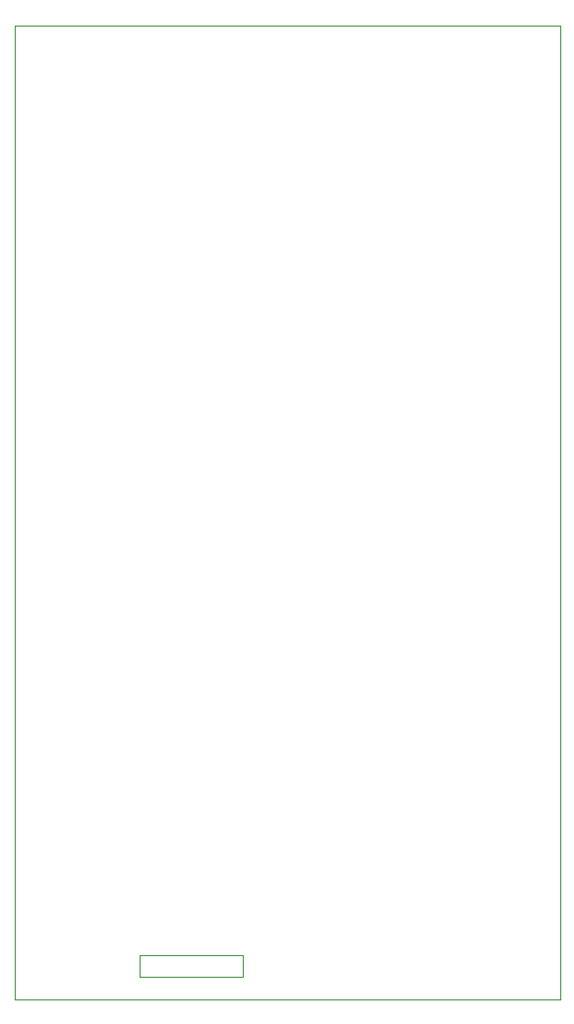
<source format=gbr>
%TF.GenerationSoftware,KiCad,Pcbnew,6.0.4-6f826c9f35~116~ubuntu21.10.1*%
%TF.CreationDate,2022-04-23T21:14:11+02:00*%
%TF.ProjectId,qm k7 aux brd,716d206b-3720-4617-9578-206272642e6b,rev?*%
%TF.SameCoordinates,Original*%
%TF.FileFunction,Profile,NP*%
%FSLAX46Y46*%
G04 Gerber Fmt 4.6, Leading zero omitted, Abs format (unit mm)*
G04 Created by KiCad (PCBNEW 6.0.4-6f826c9f35~116~ubuntu21.10.1) date 2022-04-23 21:14:11*
%MOMM*%
%LPD*%
G01*
G04 APERTURE LIST*
%TA.AperFunction,Profile*%
%ADD10C,0.100000*%
%TD*%
G04 APERTURE END LIST*
D10*
X113665000Y-139700000D02*
X122555000Y-139700000D01*
X122555000Y-139700000D02*
X122555000Y-141605000D01*
X122555000Y-141605000D02*
X113665000Y-141605000D01*
X113665000Y-141605000D02*
X113665000Y-139700000D01*
X102870000Y-59690000D02*
X149860000Y-59690000D01*
X149860000Y-59690000D02*
X149860000Y-143510000D01*
X102870000Y-143510000D02*
X102870000Y-59690000D01*
X149860000Y-143510000D02*
X102870000Y-143510000D01*
M02*

</source>
